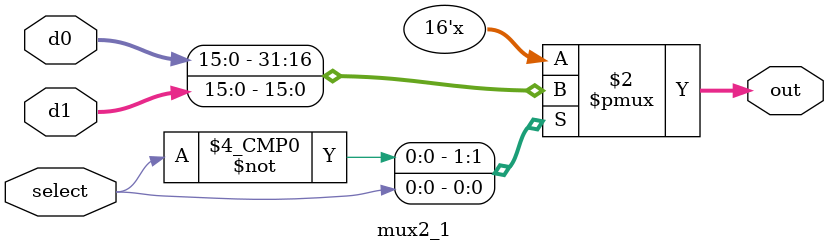
<source format=sv>
module mux2_1
	#(parameter width = 16)
				(
					input 	logic 	select, 
			  		input	logic 	[width - 1 : 0] d0, d1,
			  		output 	logic 	[width - 1 : 0]	out
		  		);
	always_comb
	begin
		unique case (select)
			1'b0 	:	out = d0;
			1'b1	:	out = d1;
		endcase
	end
endmodule 

</source>
